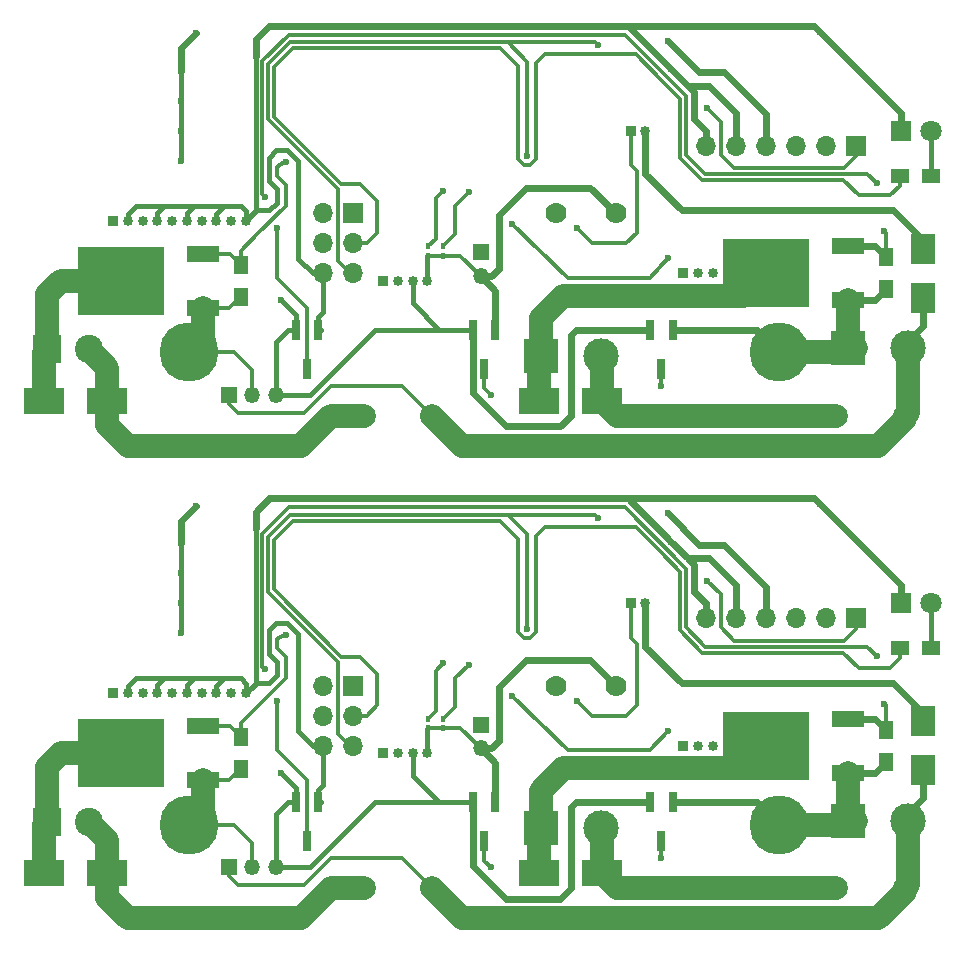
<source format=gbl>
%MOIN*%
%OFA0B0*%
%FSLAX46Y46*%
%IPPOS*%
%LPD*%
%ADD10C,0.0039370078740157488*%
%ADD11R,0.033464566929133861X0.033464566929133861*%
%ADD12C,0.033464566929133861*%
%ADD13C,0.07874015748031496*%
%ADD14C,0.19685039370078741*%
%ADD15R,0.053149606299212608X0.053149606299212608*%
%ADD16O,0.053149606299212608X0.053149606299212608*%
%ADD17R,0.066929133858267723X0.066929133858267723*%
%ADD18O,0.066929133858267723X0.066929133858267723*%
%ADD19R,0.11811023622047245X0.11811023622047245*%
%ADD20C,0.11811023622047245*%
%ADD21R,0.094488188976377951X0.094488188976377951*%
%ADD22C,0.094488188976377951*%
%ADD23R,0.059055118110236227X0.051181102362204731*%
%ADD24R,0.051181102362204731X0.059055118110236227*%
%ADD25R,0.10629921259842522X0.055118110236220472*%
%ADD26R,0.29133858267716539X0.2283464566929134*%
%ADD27R,0.070866141732283464X0.070866141732283464*%
%ADD28C,0.070866141732283464*%
%ADD29R,0.015748031496062995X0.023622047244094488*%
%ADD30C,0.07*%
%ADD31R,0.13779527559055119X0.0905511811023622*%
%ADD32R,0.031496062992125991X0.070866141732283464*%
%ADD33R,0.079921259842519687X0.10433070866141733*%
%ADD34C,0.023622047244094488*%
%ADD35C,0.012000000000000002*%
%ADD36C,0.08*%
%ADD37C,0.024000000000000004*%
%ADD38C,0.016*%
%ADD49C,0.0039370078740157488*%
%ADD50R,0.033464566929133861X0.033464566929133861*%
%ADD51C,0.033464566929133861*%
%ADD52C,0.07874015748031496*%
%ADD53C,0.19685039370078741*%
%ADD54R,0.053149606299212608X0.053149606299212608*%
%ADD55O,0.053149606299212608X0.053149606299212608*%
%ADD56R,0.066929133858267723X0.066929133858267723*%
%ADD57O,0.066929133858267723X0.066929133858267723*%
%ADD58R,0.11811023622047245X0.11811023622047245*%
%ADD59C,0.11811023622047245*%
%ADD60R,0.094488188976377951X0.094488188976377951*%
%ADD61C,0.094488188976377951*%
%ADD62R,0.059055118110236227X0.051181102362204731*%
%ADD63R,0.051181102362204731X0.059055118110236227*%
%ADD64R,0.10629921259842522X0.055118110236220472*%
%ADD65R,0.29133858267716539X0.2283464566929134*%
%ADD66R,0.070866141732283464X0.070866141732283464*%
%ADD67C,0.070866141732283464*%
%ADD68R,0.015748031496062995X0.023622047244094488*%
%ADD69C,0.07*%
%ADD70R,0.13779527559055119X0.0905511811023622*%
%ADD71R,0.031496062992125991X0.070866141732283464*%
%ADD72R,0.079921259842519687X0.10433070866141733*%
%ADD73C,0.023622047244094488*%
%ADD74C,0.012000000000000002*%
%ADD75C,0.08*%
%ADD76C,0.024000000000000004*%
%ADD77C,0.016*%
%LPD*%
G01*
D10*
D11*
X-0005157401Y0004896259D02*
X0000337598Y0000821259D03*
D12*
X0000386810Y0000821259D03*
X0000436023Y0000821259D03*
X0000485236Y0000821259D03*
X0000534448Y0000821259D03*
X0000583661Y0000821259D03*
X0000632873Y0000821259D03*
X0000682086Y0000821259D03*
X0000731299Y0000821259D03*
X0000780511Y0000821259D03*
D13*
X0001401771Y0000171259D03*
X0001173425Y0000171259D03*
X0002748425Y0000171259D03*
X0002976771Y0000171259D03*
D11*
X0002062598Y0001121259D03*
D12*
X0002111810Y0001121259D03*
D14*
X0000590551Y0000383700D03*
D15*
X0000722598Y0000241259D03*
D16*
X0000801338Y0000241259D03*
X0000880078Y0000241259D03*
D17*
X0001137598Y0000846259D03*
D18*
X0001037598Y0000846259D03*
X0001137598Y0000746259D03*
X0001037598Y0000746259D03*
X0001137598Y0000646259D03*
X0001037598Y0000646259D03*
D19*
X0001762598Y0000371259D03*
D20*
X0001962598Y0000371259D03*
D14*
X0002559055Y0000383700D03*
D21*
X0000118110Y0000393700D03*
D22*
X0000255905Y0000393700D03*
D15*
X0001562598Y0000716259D03*
D16*
X0001562598Y0000637519D03*
D19*
X0002787598Y0000396259D03*
D20*
X0002987598Y0000396259D03*
D23*
X0002959448Y0000971259D03*
X0003065747Y0000971259D03*
D24*
X0002912598Y0000593110D03*
X0002912598Y0000699409D03*
D25*
X0002787795Y0000736023D03*
X0002787795Y0000556495D03*
D26*
X0002512913Y0000646259D03*
D27*
X0002962598Y0001121259D03*
D28*
X0003062598Y0001121259D03*
D29*
X0001387598Y0000705511D03*
X0001387598Y0000737007D03*
X0001437598Y0000705511D03*
X0001437598Y0000737007D03*
D30*
X0002012598Y0000846259D03*
X0001812598Y0000846259D03*
D31*
X0001968897Y0000221259D03*
X0001756299Y0000221259D03*
D11*
X0001237598Y0000621259D03*
D12*
X0001286810Y0000621259D03*
X0001336023Y0000621259D03*
X0001385236Y0000621259D03*
D17*
X0002812598Y0001071259D03*
D18*
X0002712598Y0001071259D03*
X0002612598Y0001071259D03*
X0002512598Y0001071259D03*
X0002412598Y0001071259D03*
X0002312598Y0001071259D03*
D11*
X0002237598Y0000646259D03*
D12*
X0002286810Y0000646259D03*
X0002336023Y0000646259D03*
D32*
X0000946850Y0000458661D03*
X0001021653Y0000458661D03*
X0000984251Y0000328740D03*
X0001537401Y0000458661D03*
X0001612204Y0000458661D03*
X0001574803Y0000328740D03*
X0002127952Y0000458661D03*
X0002202755Y0000458661D03*
X0002165354Y0000328740D03*
D31*
X0000318897Y0000221259D03*
X0000106299Y0000221259D03*
D25*
X0000637795Y0000711023D03*
X0000637795Y0000531495D03*
D26*
X0000362913Y0000621259D03*
D24*
X0000762598Y0000568110D03*
X0000762598Y0000674409D03*
D33*
X0003037598Y0000563976D03*
X0003037598Y0000728543D03*
D34*
X0001952598Y0001406259D03*
X0001717598Y0001036259D03*
X0002197598Y0001326259D03*
X0002692598Y0001451259D03*
X0000812598Y0001371259D03*
X0002187598Y0000696259D03*
X0001667598Y0000811259D03*
X0000842598Y0000901259D03*
X0002907598Y0000786259D03*
X0002882598Y0000946259D03*
X0000912598Y0001016259D03*
X0002162598Y0000271259D03*
X0002187598Y0001421259D03*
X0000612598Y0001446259D03*
X0000897598Y0000556259D03*
X0000562598Y0001321259D03*
X0000562598Y0001221259D03*
X0000562598Y0001121259D03*
X0000562598Y0001021259D03*
X0001597598Y0000241259D03*
X0000882598Y0000796259D03*
X0001882598Y0000796259D03*
X0002317598Y0001196259D03*
X0001437598Y0000921259D03*
X0001522598Y0000916259D03*
D35*
X0001137598Y0000646259D02*
X0001127598Y0000646259D01*
X0001127598Y0000646259D02*
X0001087598Y0000686259D01*
X0001087598Y0000686259D02*
X0001087598Y0000926259D01*
X0001087598Y0000926259D02*
X0000854346Y0001159511D01*
X0001897598Y0001416259D02*
X0001942598Y0001416259D01*
X0001652598Y0001416259D02*
X0001897598Y0001416259D01*
X0001942598Y0001416259D02*
X0001952598Y0001406259D01*
X0001717598Y0001036259D02*
X0001717598Y0001351259D01*
X0001717598Y0001351259D02*
X0001652598Y0001416259D01*
X0000927472Y0001416259D02*
X0001652598Y0001416259D01*
X0000854346Y0001343133D02*
X0000927472Y0001416259D01*
X0000854346Y0001159511D02*
X0000854346Y0001343133D01*
X0000759448Y0000568110D02*
X0000722834Y0000531495D01*
D36*
X0000637795Y0000531495D02*
X0000637795Y0000430944D01*
D35*
X0000722834Y0000531495D02*
X0000637795Y0000531495D01*
X0000762598Y0000568110D02*
X0000759448Y0000568110D01*
D36*
X0000637795Y0000430944D02*
X0000590551Y0000383700D01*
D37*
X0001562598Y0000637519D02*
X0001598858Y0000637519D01*
X0001927598Y0000931259D02*
X0002012598Y0000846259D01*
X0001712598Y0000931259D02*
X0001927598Y0000931259D01*
X0001622598Y0000841259D02*
X0001712598Y0000931259D01*
X0001622598Y0000661259D02*
X0001622598Y0000841259D01*
X0001598858Y0000637519D02*
X0001622598Y0000661259D01*
D38*
X0001021653Y0000458661D02*
X0001021653Y0000500314D01*
X0001037598Y0000516259D02*
X0001037598Y0000646259D01*
X0001021653Y0000500314D02*
X0001037598Y0000516259D01*
D35*
X0000590551Y0000383700D02*
X0000740157Y0000383700D01*
X0000801338Y0000322519D02*
X0000801338Y0000241259D01*
X0000740157Y0000383700D02*
X0000801338Y0000322519D01*
D37*
X0002787795Y0000556495D02*
X0002875984Y0000556495D01*
X0002875984Y0000556495D02*
X0002912598Y0000593110D01*
D36*
X0002787598Y0000396259D02*
X0002787598Y0000556299D01*
X0002787598Y0000556299D02*
X0002787795Y0000556495D01*
X0002559055Y0000383700D02*
X0002775039Y0000383700D01*
X0002775039Y0000383700D02*
X0002787598Y0000396259D01*
D37*
X0002202755Y0000458661D02*
X0002484094Y0000458661D01*
X0002484094Y0000458661D02*
X0002559055Y0000383700D01*
D38*
X0000682086Y0000821259D02*
X0000682086Y0000845747D01*
X0000682086Y0000845747D02*
X0000707598Y0000871259D01*
X0000583661Y0000821259D02*
X0000583661Y0000847322D01*
X0000583661Y0000847322D02*
X0000607598Y0000871259D01*
X0000485236Y0000821259D02*
X0000485236Y0000848897D01*
X0000485236Y0000848897D02*
X0000507598Y0000871259D01*
X0000386810Y0000821259D02*
X0000386810Y0000845472D01*
X0000780511Y0000853346D02*
X0000780511Y0000821259D01*
X0000762598Y0000871259D02*
X0000780511Y0000853346D01*
X0000412598Y0000871259D02*
X0000507598Y0000871259D01*
X0000507598Y0000871259D02*
X0000607598Y0000871259D01*
X0000607598Y0000871259D02*
X0000707598Y0000871259D01*
X0000707598Y0000871259D02*
X0000762598Y0000871259D01*
X0000386810Y0000845472D02*
X0000412598Y0000871259D01*
X0000812598Y0000911259D02*
X0000812598Y0000853346D01*
X0000812598Y0001371259D02*
X0000812598Y0000911259D01*
X0000812598Y0000853346D02*
X0000780511Y0000821259D01*
X0000857598Y0000856259D02*
X0000815511Y0000856259D01*
X0000882598Y0000881259D02*
X0000857598Y0000856259D01*
X0000882598Y0000926259D02*
X0000882598Y0000881259D01*
X0000856346Y0000952511D02*
X0000882598Y0000926259D01*
X0000856346Y0001031259D02*
X0000856346Y0000952511D01*
X0000881346Y0001056259D02*
X0000856346Y0001031259D01*
X0000917598Y0001056259D02*
X0000881346Y0001056259D01*
X0001002598Y0000646259D02*
X0000954472Y0000694385D01*
X0000954472Y0000694385D02*
X0000954472Y0001019385D01*
X0000954472Y0001019385D02*
X0000917598Y0001056259D01*
X0001037598Y0000646259D02*
X0001002598Y0000646259D01*
X0000815511Y0000856259D02*
X0000780511Y0000821259D01*
X0001385236Y0000621259D02*
X0001385236Y0000703149D01*
X0001385236Y0000703149D02*
X0001387598Y0000705511D01*
D37*
X0002312598Y0001071259D02*
X0002312598Y0001121259D01*
X0002273598Y0001250259D02*
X0002252598Y0001271259D01*
X0002273598Y0001160259D02*
X0002273598Y0001250259D01*
X0002312598Y0001121259D02*
X0002273598Y0001160259D01*
X0002412598Y0001071259D02*
X0002412598Y0001181259D01*
X0002412598Y0001181259D02*
X0002322598Y0001271259D01*
X0002322598Y0001271259D02*
X0002252598Y0001271259D01*
D35*
X0001437598Y0000705511D02*
X0001494606Y0000705511D01*
X0001494606Y0000705511D02*
X0001562598Y0000637519D01*
X0001387598Y0000705511D02*
X0001437598Y0000705511D01*
D37*
X0002962598Y0001121259D02*
X0002962598Y0001181259D01*
X0002952598Y0001191259D02*
X0002692598Y0001451259D01*
X0002962598Y0001181259D02*
X0002952598Y0001191259D01*
X0001612204Y0000458661D02*
X0001612204Y0000587913D01*
X0001612204Y0000587913D02*
X0001562598Y0000637519D01*
X0002052598Y0001471259D02*
X0002672598Y0001471259D01*
X0002672598Y0001471259D02*
X0002692598Y0001451259D01*
D38*
X0001021653Y0000458661D02*
X0001030196Y0000458661D01*
D37*
X0000812598Y0001371259D02*
X0000812598Y0001426259D01*
X0000857598Y0001471259D02*
X0002052598Y0001471259D01*
X0000812598Y0001426259D02*
X0000857598Y0001471259D01*
X0002052598Y0001471259D02*
X0002197598Y0001326259D01*
X0002197598Y0001326259D02*
X0002252598Y0001271259D01*
D38*
X0002202755Y0000458661D02*
X0002202755Y0000485228D01*
D37*
X0002787795Y0000556495D02*
X0002817834Y0000556495D01*
D36*
X0002787598Y0000396259D02*
X0002812598Y0000396259D01*
D35*
X0002127598Y0000631259D02*
X0002187598Y0000696259D01*
X0001852598Y0000631259D02*
X0002127598Y0000631259D01*
X0001667598Y0000811259D02*
X0001852598Y0000631259D01*
X0002247724Y0001236133D02*
X0002247724Y0001041133D01*
X0001972598Y0001441259D02*
X0002042598Y0001441259D01*
X0002042598Y0001441259D02*
X0002247724Y0001236133D01*
X0000922598Y0001441259D02*
X0001972598Y0001441259D01*
X0000834472Y0001353133D02*
X0000922598Y0001441259D01*
X0000834472Y0000909385D02*
X0000834472Y0001353133D01*
X0000842598Y0000901259D02*
X0000834472Y0000909385D01*
X0002912598Y0000781259D02*
X0002912598Y0000699409D01*
X0002907598Y0000786259D02*
X0002912598Y0000781259D01*
X0002852472Y0000976385D02*
X0002882598Y0000946259D01*
X0002312472Y0000976385D02*
X0002852472Y0000976385D01*
X0002247724Y0001041133D02*
X0002312472Y0000976385D01*
D37*
X0002787795Y0000736023D02*
X0002875984Y0000736023D01*
X0002875984Y0000736023D02*
X0002912598Y0000699409D01*
D35*
X0000762598Y0000674409D02*
X0000762598Y0000721259D01*
X0000637795Y0000711023D02*
X0000725984Y0000711023D01*
X0000725984Y0000711023D02*
X0000762598Y0000674409D01*
X0000762598Y0000721259D02*
X0000817598Y0000776259D01*
X0000912598Y0000871259D02*
X0000817598Y0000776259D01*
X0000912598Y0000941259D02*
X0000912598Y0000871259D01*
X0000882598Y0001001259D02*
X0000882598Y0000971259D01*
X0000882598Y0000971259D02*
X0000912598Y0000941259D01*
X0000907598Y0001016259D02*
X0000882598Y0001001259D01*
X0000912598Y0001016259D02*
X0000907598Y0001016259D01*
X0002079492Y0001376259D02*
X0002163545Y0001292206D01*
X0001099151Y0000942812D02*
X0001161045Y0000942812D01*
X0001099151Y0000942812D02*
X0000874220Y0001167743D01*
X0000874220Y0001167743D02*
X0000874220Y0001332882D01*
X0000874220Y0001332882D02*
X0000937598Y0001396259D01*
X0000937598Y0001396259D02*
X0001627598Y0001396259D01*
X0001687598Y0001336259D02*
X0001627598Y0001396259D01*
X0001727598Y0001006259D02*
X0001747598Y0001026259D01*
X0001707598Y0001006259D02*
X0001727598Y0001006259D01*
X0001687598Y0001026259D02*
X0001707598Y0001006259D01*
X0001687598Y0001046259D02*
X0001687598Y0001026259D01*
X0001687598Y0001046259D02*
X0001687598Y0001336259D01*
X0002002598Y0001376259D02*
X0001777598Y0001376259D01*
X0001777598Y0001376259D02*
X0001747598Y0001346259D01*
X0001747598Y0001346259D02*
X0001747598Y0001026259D01*
X0002002598Y0001376259D02*
X0002079492Y0001376259D01*
X0001137598Y0000746259D02*
X0001182598Y0000746259D01*
X0001217598Y0000781259D02*
X0001182598Y0000746259D01*
X0001217598Y0000886259D02*
X0001217598Y0000781259D01*
X0001161045Y0000942812D02*
X0001217598Y0000886259D01*
X0002959448Y0000938110D02*
X0002959448Y0000971259D01*
X0002927598Y0000906259D02*
X0002959448Y0000938110D01*
X0002822598Y0000906259D02*
X0002927598Y0000906259D01*
X0002772346Y0000956511D02*
X0002822598Y0000906259D01*
X0002302346Y0000956511D02*
X0002772346Y0000956511D01*
X0002227850Y0001031007D02*
X0002302346Y0000956511D01*
X0002227850Y0001226259D02*
X0002227850Y0001031007D01*
X0002163545Y0001290564D02*
X0002227850Y0001226259D01*
X0002163545Y0001292206D02*
X0002163545Y0001290564D01*
X0002165354Y0000328740D02*
X0002165354Y0000274015D01*
X0002165354Y0000274015D02*
X0002162598Y0000271259D01*
D38*
X0000880078Y0000241259D02*
X0000880078Y0000418740D01*
X0000919999Y0000458661D02*
X0000946850Y0000458661D01*
X0000880078Y0000418740D02*
X0000919999Y0000458661D01*
X0000880078Y0000241259D02*
X0000902598Y0000241259D01*
X0000902598Y0000241259D02*
X0000992598Y0000241259D01*
X0001209999Y0000458661D02*
X0001425196Y0000458661D01*
X0000992598Y0000241259D02*
X0001209999Y0000458661D01*
D37*
X0001537401Y0000458661D02*
X0001537401Y0000246456D01*
X0001647598Y0000136259D02*
X0001657598Y0000136259D01*
X0001537401Y0000246456D02*
X0001647598Y0000136259D01*
X0001862598Y0000441259D02*
X0001862598Y0000171259D01*
X0001862598Y0000171259D02*
X0001827598Y0000136259D01*
X0001827598Y0000136259D02*
X0001657598Y0000136259D01*
X0002127952Y0000458661D02*
X0001879999Y0000458661D01*
X0001879999Y0000458661D02*
X0001862598Y0000441259D01*
X0002237598Y0001370472D02*
X0002237598Y0001371259D01*
X0002372598Y0001316259D02*
X0002512598Y0001176259D01*
X0002291810Y0001316259D02*
X0002372598Y0001316259D01*
X0002291810Y0001316259D02*
X0002237598Y0001370472D01*
X0002512598Y0001071259D02*
X0002512598Y0001176259D01*
X0002237598Y0001371259D02*
X0002187598Y0001421259D01*
D38*
X0001336023Y0000621259D02*
X0001336023Y0000547834D01*
X0001336023Y0000547834D02*
X0001337598Y0000546259D01*
D37*
X0000562598Y0001321259D02*
X0000562598Y0001396259D01*
X0000562598Y0001396259D02*
X0000612598Y0001446259D01*
D38*
X0000946850Y0000458661D02*
X0000946850Y0000507007D01*
X0000946850Y0000507007D02*
X0000897598Y0000556259D01*
X0001537401Y0000458661D02*
X0001425196Y0000458661D01*
X0001425196Y0000458661D02*
X0001337598Y0000546259D01*
X0000946850Y0000458661D02*
X0000946850Y0000496259D01*
X0000946850Y0000496259D02*
X0000946850Y0000500511D01*
X0000562598Y0001021259D02*
X0000562598Y0001121259D01*
X0000562598Y0001121259D02*
X0000562598Y0001221259D01*
X0000562598Y0001221259D02*
X0000562598Y0001321259D01*
X0001537401Y0000456456D02*
X0001537401Y0000458661D01*
D35*
X0001574803Y0000328740D02*
X0001574803Y0000263464D01*
X0001574803Y0000263464D02*
X0001597598Y0000241259D01*
X0000942598Y0000571259D02*
X0000982598Y0000531259D01*
X0000882598Y0000796259D02*
X0000882598Y0000631259D01*
X0000882598Y0000631259D02*
X0000942598Y0000571259D01*
X0000982598Y0000531259D02*
X0000982598Y0000330393D01*
X0000982598Y0000330393D02*
X0000984251Y0000328740D01*
D38*
X0000982598Y0000330393D02*
X0000984251Y0000328740D01*
D35*
X0002062598Y0001006259D02*
X0002062598Y0001121259D01*
X0002082598Y0000986259D02*
X0002062598Y0001006259D01*
X0002082598Y0000781259D02*
X0002082598Y0000986259D01*
X0002047598Y0000746259D02*
X0002082598Y0000781259D01*
X0001932598Y0000746259D02*
X0002047598Y0000746259D01*
X0001882598Y0000796259D02*
X0001932598Y0000746259D01*
X0002812598Y0001071259D02*
X0002812598Y0001036259D01*
X0002407598Y0000996259D02*
X0002362598Y0001041259D01*
X0002772598Y0000996259D02*
X0002407598Y0000996259D01*
X0002812598Y0001036259D02*
X0002772598Y0000996259D01*
X0002362598Y0001151259D02*
X0002317598Y0001196259D01*
X0002362598Y0001041259D02*
X0002362598Y0001151259D01*
X0000922598Y0000181259D02*
X0000972598Y0000181259D01*
X0000722598Y0000211259D02*
X0000752598Y0000181259D01*
X0000752598Y0000181259D02*
X0000922598Y0000181259D01*
X0000722598Y0000241259D02*
X0000722598Y0000211259D01*
X0001301771Y0000271259D02*
X0001401771Y0000171259D01*
X0001062598Y0000271259D02*
X0001301771Y0000271259D01*
X0000972598Y0000181259D02*
X0001062598Y0000271259D01*
D37*
X0002987598Y0000396259D02*
X0002987598Y0000421259D01*
X0002987598Y0000421259D02*
X0003037598Y0000471259D01*
X0003037598Y0000471259D02*
X0003037598Y0000563976D01*
D36*
X0002976771Y0000171259D02*
X0002976771Y0000160432D01*
X0002976771Y0000160432D02*
X0002887598Y0000071259D01*
X0001501771Y0000071259D02*
X0001401771Y0000171259D01*
X0002887598Y0000071259D02*
X0001501771Y0000071259D01*
X0002987598Y0000396259D02*
X0002987598Y0000182086D01*
X0002987598Y0000182086D02*
X0002976771Y0000171259D01*
X0001762598Y0000371259D02*
X0001762598Y0000496259D01*
X0001762598Y0000496259D02*
X0001837598Y0000571259D01*
X0001756299Y0000364960D02*
X0001762598Y0000371259D01*
X0001837598Y0000571259D02*
X0002437913Y0000571259D01*
X0002437913Y0000571259D02*
X0002512913Y0000646259D01*
X0001756299Y0000221259D02*
X0001756299Y0000364960D01*
D38*
X0003065747Y0000971259D02*
X0003065747Y0001118110D01*
X0003065747Y0001118110D02*
X0003062598Y0001121259D01*
D35*
X0001412598Y0000762007D02*
X0001387598Y0000737007D01*
X0001412598Y0000896259D02*
X0001412598Y0000762007D01*
X0001437598Y0000921259D02*
X0001412598Y0000896259D01*
X0001477598Y0000777007D02*
X0001437598Y0000737007D01*
X0001477598Y0000871259D02*
X0001477598Y0000777007D01*
X0001522598Y0000916259D02*
X0001477598Y0000871259D01*
D36*
X0001173425Y0000171259D02*
X0001062598Y0000171259D01*
X0000318897Y0000330708D02*
X0000255905Y0000393700D01*
X0000318897Y0000221259D02*
X0000318897Y0000330708D01*
X0001062598Y0000171259D02*
X0001037598Y0000146259D01*
X0001037598Y0000146259D02*
X0000962598Y0000071259D01*
X0000318897Y0000139960D02*
X0000318897Y0000221259D01*
X0000387598Y0000071259D02*
X0000318897Y0000139960D01*
X0000962598Y0000071259D02*
X0000387598Y0000071259D01*
X0000362913Y0000621259D02*
X0000162598Y0000621259D01*
X0000118110Y0000576771D02*
X0000118110Y0000393700D01*
X0000118110Y0000576771D02*
X0000162598Y0000621259D01*
X0000106299Y0000221259D02*
X0000106299Y0000381889D01*
X0000106299Y0000381889D02*
X0000118110Y0000393700D01*
X0002748425Y0000171259D02*
X0002018897Y0000171259D01*
X0002018897Y0000171259D02*
X0001968897Y0000221259D01*
X0001968897Y0000221259D02*
X0001968897Y0000364960D01*
X0001968897Y0000364960D02*
X0001962598Y0000371259D01*
D37*
X0003037598Y0000728543D02*
X0003037598Y0000756259D01*
X0003037598Y0000756259D02*
X0002937598Y0000856259D01*
X0002937598Y0000856259D02*
X0002232598Y0000856259D01*
X0002232598Y0000856259D02*
X0002111810Y0000977047D01*
X0002111810Y0000977047D02*
X0002111810Y0001121259D01*
G04 next file*
%LPD*%
G04 #@! TF.FileFunction,Copper,L2,Bot,Signal*
G04 Gerber Fmt 4.6, Leading zero omitted, Abs format (unit mm)*
G04 Created by KiCad (PCBNEW 4.0.7) date 08/24/19 10:44:38*
G01*
G04 APERTURE LIST*
G04 APERTURE END LIST*
D49*
D50*
X-0005157401Y0006471063D02*
X0000337598Y0002396063D03*
D51*
X0000386810Y0002396063D03*
X0000436023Y0002396063D03*
X0000485236Y0002396063D03*
X0000534448Y0002396063D03*
X0000583661Y0002396063D03*
X0000632873Y0002396063D03*
X0000682086Y0002396063D03*
X0000731299Y0002396063D03*
X0000780511Y0002396063D03*
D52*
X0001401771Y0001746063D03*
X0001173425Y0001746063D03*
X0002748425Y0001746063D03*
X0002976771Y0001746063D03*
D50*
X0002062598Y0002696063D03*
D51*
X0002111810Y0002696063D03*
D53*
X0000590551Y0001958504D03*
D54*
X0000722598Y0001816063D03*
D55*
X0000801338Y0001816063D03*
X0000880078Y0001816063D03*
D56*
X0001137598Y0002421063D03*
D57*
X0001037598Y0002421063D03*
X0001137598Y0002321063D03*
X0001037598Y0002321063D03*
X0001137598Y0002221063D03*
X0001037598Y0002221063D03*
D58*
X0001762598Y0001946063D03*
D59*
X0001962598Y0001946063D03*
D53*
X0002559055Y0001958504D03*
D60*
X0000118110Y0001968504D03*
D61*
X0000255905Y0001968504D03*
D54*
X0001562598Y0002291063D03*
D55*
X0001562598Y0002212323D03*
D58*
X0002787598Y0001971063D03*
D59*
X0002987598Y0001971063D03*
D62*
X0002959448Y0002546063D03*
X0003065747Y0002546063D03*
D63*
X0002912598Y0002167913D03*
X0002912598Y0002274212D03*
D64*
X0002787795Y0002310826D03*
X0002787795Y0002131299D03*
D65*
X0002512913Y0002221063D03*
D66*
X0002962598Y0002696063D03*
D67*
X0003062598Y0002696063D03*
D68*
X0001387598Y0002280315D03*
X0001387598Y0002311811D03*
X0001437598Y0002280315D03*
X0001437598Y0002311811D03*
D69*
X0002012598Y0002421063D03*
X0001812598Y0002421063D03*
D70*
X0001968897Y0001796063D03*
X0001756299Y0001796063D03*
D50*
X0001237598Y0002196063D03*
D51*
X0001286810Y0002196063D03*
X0001336023Y0002196063D03*
X0001385236Y0002196063D03*
D56*
X0002812598Y0002646063D03*
D57*
X0002712598Y0002646063D03*
X0002612598Y0002646063D03*
X0002512598Y0002646063D03*
X0002412598Y0002646063D03*
X0002312598Y0002646063D03*
D50*
X0002237598Y0002221063D03*
D51*
X0002286810Y0002221063D03*
X0002336023Y0002221063D03*
D71*
X0000946850Y0002033464D03*
X0001021653Y0002033464D03*
X0000984251Y0001903543D03*
X0001537401Y0002033464D03*
X0001612204Y0002033464D03*
X0001574803Y0001903543D03*
X0002127952Y0002033464D03*
X0002202755Y0002033464D03*
X0002165354Y0001903543D03*
D70*
X0000318897Y0001796063D03*
X0000106299Y0001796063D03*
D64*
X0000637795Y0002285826D03*
X0000637795Y0002106299D03*
D65*
X0000362913Y0002196063D03*
D63*
X0000762598Y0002142913D03*
X0000762598Y0002249212D03*
D72*
X0003037598Y0002138779D03*
X0003037598Y0002303346D03*
D73*
X0001952598Y0002981063D03*
X0001717598Y0002611063D03*
X0002197598Y0002901063D03*
X0002692598Y0003026063D03*
X0000812598Y0002946063D03*
X0002187598Y0002271063D03*
X0001667598Y0002386063D03*
X0000842598Y0002476063D03*
X0002907598Y0002361063D03*
X0002882598Y0002521063D03*
X0000912598Y0002591063D03*
X0002162598Y0001846063D03*
X0002187598Y0002996063D03*
X0000612598Y0003021063D03*
X0000897598Y0002131063D03*
X0000562598Y0002896063D03*
X0000562598Y0002796063D03*
X0000562598Y0002696063D03*
X0000562598Y0002596063D03*
X0001597598Y0001816063D03*
X0000882598Y0002371063D03*
X0001882598Y0002371063D03*
X0002317598Y0002771063D03*
X0001437598Y0002496063D03*
X0001522598Y0002491063D03*
D74*
X0001137598Y0002221063D02*
X0001127598Y0002221063D01*
X0001127598Y0002221063D02*
X0001087598Y0002261063D01*
X0001087598Y0002261063D02*
X0001087598Y0002501063D01*
X0001087598Y0002501063D02*
X0000854346Y0002734315D01*
X0001897598Y0002991063D02*
X0001942598Y0002991063D01*
X0001652598Y0002991063D02*
X0001897598Y0002991063D01*
X0001942598Y0002991063D02*
X0001952598Y0002981063D01*
X0001717598Y0002611063D02*
X0001717598Y0002926063D01*
X0001717598Y0002926063D02*
X0001652598Y0002991063D01*
X0000927472Y0002991063D02*
X0001652598Y0002991063D01*
X0000854346Y0002917937D02*
X0000927472Y0002991063D01*
X0000854346Y0002734315D02*
X0000854346Y0002917937D01*
X0000759448Y0002142913D02*
X0000722834Y0002106299D01*
D75*
X0000637795Y0002106299D02*
X0000637795Y0002005748D01*
D74*
X0000722834Y0002106299D02*
X0000637795Y0002106299D01*
X0000762598Y0002142913D02*
X0000759448Y0002142913D01*
D75*
X0000637795Y0002005748D02*
X0000590551Y0001958504D01*
D76*
X0001562598Y0002212323D02*
X0001598858Y0002212323D01*
X0001927598Y0002506063D02*
X0002012598Y0002421063D01*
X0001712598Y0002506063D02*
X0001927598Y0002506063D01*
X0001622598Y0002416063D02*
X0001712598Y0002506063D01*
X0001622598Y0002236063D02*
X0001622598Y0002416063D01*
X0001598858Y0002212323D02*
X0001622598Y0002236063D01*
D77*
X0001021653Y0002033464D02*
X0001021653Y0002075118D01*
X0001037598Y0002091063D02*
X0001037598Y0002221063D01*
X0001021653Y0002075118D02*
X0001037598Y0002091063D01*
D74*
X0000590551Y0001958504D02*
X0000740157Y0001958504D01*
X0000801338Y0001897323D02*
X0000801338Y0001816063D01*
X0000740157Y0001958504D02*
X0000801338Y0001897323D01*
D76*
X0002787795Y0002131299D02*
X0002875984Y0002131299D01*
X0002875984Y0002131299D02*
X0002912598Y0002167913D01*
D75*
X0002787598Y0001971063D02*
X0002787598Y0002131102D01*
X0002787598Y0002131102D02*
X0002787795Y0002131299D01*
X0002559055Y0001958504D02*
X0002775039Y0001958504D01*
X0002775039Y0001958504D02*
X0002787598Y0001971063D01*
D76*
X0002202755Y0002033464D02*
X0002484094Y0002033464D01*
X0002484094Y0002033464D02*
X0002559055Y0001958504D01*
D77*
X0000682086Y0002396063D02*
X0000682086Y0002420551D01*
X0000682086Y0002420551D02*
X0000707598Y0002446063D01*
X0000583661Y0002396063D02*
X0000583661Y0002422126D01*
X0000583661Y0002422126D02*
X0000607598Y0002446063D01*
X0000485236Y0002396063D02*
X0000485236Y0002423700D01*
X0000485236Y0002423700D02*
X0000507598Y0002446063D01*
X0000386810Y0002396063D02*
X0000386810Y0002420275D01*
X0000780511Y0002428149D02*
X0000780511Y0002396063D01*
X0000762598Y0002446063D02*
X0000780511Y0002428149D01*
X0000412598Y0002446063D02*
X0000507598Y0002446063D01*
X0000507598Y0002446063D02*
X0000607598Y0002446063D01*
X0000607598Y0002446063D02*
X0000707598Y0002446063D01*
X0000707598Y0002446063D02*
X0000762598Y0002446063D01*
X0000386810Y0002420275D02*
X0000412598Y0002446063D01*
X0000812598Y0002486063D02*
X0000812598Y0002428149D01*
X0000812598Y0002946063D02*
X0000812598Y0002486063D01*
X0000812598Y0002428149D02*
X0000780511Y0002396063D01*
X0000857598Y0002431063D02*
X0000815511Y0002431063D01*
X0000882598Y0002456063D02*
X0000857598Y0002431063D01*
X0000882598Y0002501063D02*
X0000882598Y0002456063D01*
X0000856346Y0002527314D02*
X0000882598Y0002501063D01*
X0000856346Y0002606063D02*
X0000856346Y0002527314D01*
X0000881346Y0002631063D02*
X0000856346Y0002606063D01*
X0000917598Y0002631063D02*
X0000881346Y0002631063D01*
X0001002598Y0002221063D02*
X0000954472Y0002269189D01*
X0000954472Y0002269189D02*
X0000954472Y0002594189D01*
X0000954472Y0002594189D02*
X0000917598Y0002631063D01*
X0001037598Y0002221063D02*
X0001002598Y0002221063D01*
X0000815511Y0002431063D02*
X0000780511Y0002396063D01*
X0001385236Y0002196063D02*
X0001385236Y0002277952D01*
X0001385236Y0002277952D02*
X0001387598Y0002280315D01*
D76*
X0002312598Y0002646063D02*
X0002312598Y0002696063D01*
X0002273598Y0002825063D02*
X0002252598Y0002846063D01*
X0002273598Y0002735063D02*
X0002273598Y0002825063D01*
X0002312598Y0002696063D02*
X0002273598Y0002735063D01*
X0002412598Y0002646063D02*
X0002412598Y0002756063D01*
X0002412598Y0002756063D02*
X0002322598Y0002846063D01*
X0002322598Y0002846063D02*
X0002252598Y0002846063D01*
D74*
X0001437598Y0002280315D02*
X0001494606Y0002280315D01*
X0001494606Y0002280315D02*
X0001562598Y0002212323D01*
X0001387598Y0002280315D02*
X0001437598Y0002280315D01*
D76*
X0002962598Y0002696063D02*
X0002962598Y0002756063D01*
X0002952598Y0002766063D02*
X0002692598Y0003026063D01*
X0002962598Y0002756063D02*
X0002952598Y0002766063D01*
X0001612204Y0002033464D02*
X0001612204Y0002162716D01*
X0001612204Y0002162716D02*
X0001562598Y0002212323D01*
X0002052598Y0003046063D02*
X0002672598Y0003046063D01*
X0002672598Y0003046063D02*
X0002692598Y0003026063D01*
D77*
X0001021653Y0002033464D02*
X0001030196Y0002033464D01*
D76*
X0000812598Y0002946063D02*
X0000812598Y0003001063D01*
X0000857598Y0003046063D02*
X0002052598Y0003046063D01*
X0000812598Y0003001063D02*
X0000857598Y0003046063D01*
X0002052598Y0003046063D02*
X0002197598Y0002901063D01*
X0002197598Y0002901063D02*
X0002252598Y0002846063D01*
D77*
X0002202755Y0002033464D02*
X0002202755Y0002060031D01*
D76*
X0002787795Y0002131299D02*
X0002817834Y0002131299D01*
D75*
X0002787598Y0001971063D02*
X0002812598Y0001971063D01*
D74*
X0002127598Y0002206063D02*
X0002187598Y0002271063D01*
X0001852598Y0002206063D02*
X0002127598Y0002206063D01*
X0001667598Y0002386063D02*
X0001852598Y0002206063D01*
X0002247724Y0002810937D02*
X0002247724Y0002615937D01*
X0001972598Y0003016063D02*
X0002042598Y0003016063D01*
X0002042598Y0003016063D02*
X0002247724Y0002810937D01*
X0000922598Y0003016063D02*
X0001972598Y0003016063D01*
X0000834472Y0002927937D02*
X0000922598Y0003016063D01*
X0000834472Y0002484189D02*
X0000834472Y0002927937D01*
X0000842598Y0002476063D02*
X0000834472Y0002484189D01*
X0002912598Y0002356063D02*
X0002912598Y0002274212D01*
X0002907598Y0002361063D02*
X0002912598Y0002356063D01*
X0002852472Y0002551189D02*
X0002882598Y0002521063D01*
X0002312472Y0002551189D02*
X0002852472Y0002551189D01*
X0002247724Y0002615937D02*
X0002312472Y0002551189D01*
D76*
X0002787795Y0002310826D02*
X0002875984Y0002310826D01*
X0002875984Y0002310826D02*
X0002912598Y0002274212D01*
D74*
X0000762598Y0002249212D02*
X0000762598Y0002296063D01*
X0000637795Y0002285826D02*
X0000725984Y0002285826D01*
X0000725984Y0002285826D02*
X0000762598Y0002249212D01*
X0000762598Y0002296063D02*
X0000817598Y0002351063D01*
X0000912598Y0002446063D02*
X0000817598Y0002351063D01*
X0000912598Y0002516063D02*
X0000912598Y0002446063D01*
X0000882598Y0002576063D02*
X0000882598Y0002546063D01*
X0000882598Y0002546063D02*
X0000912598Y0002516063D01*
X0000907598Y0002591063D02*
X0000882598Y0002576063D01*
X0000912598Y0002591063D02*
X0000907598Y0002591063D01*
X0002079492Y0002951063D02*
X0002163545Y0002867010D01*
X0001099151Y0002517616D02*
X0001161045Y0002517616D01*
X0001099151Y0002517616D02*
X0000874220Y0002742547D01*
X0000874220Y0002742547D02*
X0000874220Y0002907685D01*
X0000874220Y0002907685D02*
X0000937598Y0002971063D01*
X0000937598Y0002971063D02*
X0001627598Y0002971063D01*
X0001687598Y0002911063D02*
X0001627598Y0002971063D01*
X0001727598Y0002581063D02*
X0001747598Y0002601063D01*
X0001707598Y0002581063D02*
X0001727598Y0002581063D01*
X0001687598Y0002601063D02*
X0001707598Y0002581063D01*
X0001687598Y0002621063D02*
X0001687598Y0002601063D01*
X0001687598Y0002621063D02*
X0001687598Y0002911063D01*
X0002002598Y0002951063D02*
X0001777598Y0002951063D01*
X0001777598Y0002951063D02*
X0001747598Y0002921063D01*
X0001747598Y0002921063D02*
X0001747598Y0002601063D01*
X0002002598Y0002951063D02*
X0002079492Y0002951063D01*
X0001137598Y0002321063D02*
X0001182598Y0002321063D01*
X0001217598Y0002356063D02*
X0001182598Y0002321063D01*
X0001217598Y0002461063D02*
X0001217598Y0002356063D01*
X0001161045Y0002517616D02*
X0001217598Y0002461063D01*
X0002959448Y0002512913D02*
X0002959448Y0002546063D01*
X0002927598Y0002481063D02*
X0002959448Y0002512913D01*
X0002822598Y0002481063D02*
X0002927598Y0002481063D01*
X0002772346Y0002531315D02*
X0002822598Y0002481063D01*
X0002302346Y0002531315D02*
X0002772346Y0002531315D01*
X0002227850Y0002605811D02*
X0002302346Y0002531315D01*
X0002227850Y0002801063D02*
X0002227850Y0002605811D01*
X0002163545Y0002865368D02*
X0002227850Y0002801063D01*
X0002163545Y0002867010D02*
X0002163545Y0002865368D01*
X0002165354Y0001903543D02*
X0002165354Y0001848819D01*
X0002165354Y0001848819D02*
X0002162598Y0001846063D01*
D77*
X0000880078Y0001816063D02*
X0000880078Y0001993543D01*
X0000919999Y0002033464D02*
X0000946850Y0002033464D01*
X0000880078Y0001993543D02*
X0000919999Y0002033464D01*
X0000880078Y0001816063D02*
X0000902598Y0001816063D01*
X0000902598Y0001816063D02*
X0000992598Y0001816063D01*
X0001209999Y0002033464D02*
X0001425196Y0002033464D01*
X0000992598Y0001816063D02*
X0001209999Y0002033464D01*
D76*
X0001537401Y0002033464D02*
X0001537401Y0001821260D01*
X0001647598Y0001711063D02*
X0001657598Y0001711063D01*
X0001537401Y0001821260D02*
X0001647598Y0001711063D01*
X0001862598Y0002016063D02*
X0001862598Y0001746063D01*
X0001862598Y0001746063D02*
X0001827598Y0001711063D01*
X0001827598Y0001711063D02*
X0001657598Y0001711063D01*
X0002127952Y0002033464D02*
X0001879999Y0002033464D01*
X0001879999Y0002033464D02*
X0001862598Y0002016063D01*
X0002237598Y0002945275D02*
X0002237598Y0002946063D01*
X0002372598Y0002891063D02*
X0002512598Y0002751063D01*
X0002291810Y0002891063D02*
X0002372598Y0002891063D01*
X0002291810Y0002891063D02*
X0002237598Y0002945275D01*
X0002512598Y0002646063D02*
X0002512598Y0002751063D01*
X0002237598Y0002946063D02*
X0002187598Y0002996063D01*
D77*
X0001336023Y0002196063D02*
X0001336023Y0002122637D01*
X0001336023Y0002122637D02*
X0001337598Y0002121063D01*
D76*
X0000562598Y0002896063D02*
X0000562598Y0002971063D01*
X0000562598Y0002971063D02*
X0000612598Y0003021063D01*
D77*
X0000946850Y0002033464D02*
X0000946850Y0002081811D01*
X0000946850Y0002081811D02*
X0000897598Y0002131063D01*
X0001537401Y0002033464D02*
X0001425196Y0002033464D01*
X0001425196Y0002033464D02*
X0001337598Y0002121063D01*
X0000946850Y0002033464D02*
X0000946850Y0002071063D01*
X0000946850Y0002071063D02*
X0000946850Y0002075315D01*
X0000562598Y0002596063D02*
X0000562598Y0002696063D01*
X0000562598Y0002696063D02*
X0000562598Y0002796063D01*
X0000562598Y0002796063D02*
X0000562598Y0002896063D01*
X0001537401Y0002031260D02*
X0001537401Y0002033464D01*
D74*
X0001574803Y0001903543D02*
X0001574803Y0001838267D01*
X0001574803Y0001838267D02*
X0001597598Y0001816063D01*
X0000942598Y0002146063D02*
X0000982598Y0002106063D01*
X0000882598Y0002371063D02*
X0000882598Y0002206063D01*
X0000882598Y0002206063D02*
X0000942598Y0002146063D01*
X0000982598Y0002106063D02*
X0000982598Y0001905197D01*
X0000982598Y0001905197D02*
X0000984251Y0001903543D01*
D77*
X0000982598Y0001905197D02*
X0000984251Y0001903543D01*
D74*
X0002062598Y0002581063D02*
X0002062598Y0002696063D01*
X0002082598Y0002561063D02*
X0002062598Y0002581063D01*
X0002082598Y0002356063D02*
X0002082598Y0002561063D01*
X0002047598Y0002321063D02*
X0002082598Y0002356063D01*
X0001932598Y0002321063D02*
X0002047598Y0002321063D01*
X0001882598Y0002371063D02*
X0001932598Y0002321063D01*
X0002812598Y0002646063D02*
X0002812598Y0002611063D01*
X0002407598Y0002571063D02*
X0002362598Y0002616063D01*
X0002772598Y0002571063D02*
X0002407598Y0002571063D01*
X0002812598Y0002611063D02*
X0002772598Y0002571063D01*
X0002362598Y0002726063D02*
X0002317598Y0002771063D01*
X0002362598Y0002616063D02*
X0002362598Y0002726063D01*
X0000922598Y0001756063D02*
X0000972598Y0001756063D01*
X0000722598Y0001786063D02*
X0000752598Y0001756063D01*
X0000752598Y0001756063D02*
X0000922598Y0001756063D01*
X0000722598Y0001816063D02*
X0000722598Y0001786063D01*
X0001301771Y0001846063D02*
X0001401771Y0001746063D01*
X0001062598Y0001846063D02*
X0001301771Y0001846063D01*
X0000972598Y0001756063D02*
X0001062598Y0001846063D01*
D76*
X0002987598Y0001971063D02*
X0002987598Y0001996063D01*
X0002987598Y0001996063D02*
X0003037598Y0002046063D01*
X0003037598Y0002046063D02*
X0003037598Y0002138779D01*
D75*
X0002976771Y0001746063D02*
X0002976771Y0001735236D01*
X0002976771Y0001735236D02*
X0002887598Y0001646063D01*
X0001501771Y0001646063D02*
X0001401771Y0001746063D01*
X0002887598Y0001646063D02*
X0001501771Y0001646063D01*
X0002987598Y0001971063D02*
X0002987598Y0001756889D01*
X0002987598Y0001756889D02*
X0002976771Y0001746063D01*
X0001762598Y0001946063D02*
X0001762598Y0002071063D01*
X0001762598Y0002071063D02*
X0001837598Y0002146063D01*
X0001756299Y0001939763D02*
X0001762598Y0001946063D01*
X0001837598Y0002146063D02*
X0002437913Y0002146063D01*
X0002437913Y0002146063D02*
X0002512913Y0002221063D01*
X0001756299Y0001796063D02*
X0001756299Y0001939763D01*
D77*
X0003065747Y0002546063D02*
X0003065747Y0002692913D01*
X0003065747Y0002692913D02*
X0003062598Y0002696063D01*
D74*
X0001412598Y0002336811D02*
X0001387598Y0002311811D01*
X0001412598Y0002471063D02*
X0001412598Y0002336811D01*
X0001437598Y0002496063D02*
X0001412598Y0002471063D01*
X0001477598Y0002351811D02*
X0001437598Y0002311811D01*
X0001477598Y0002446063D02*
X0001477598Y0002351811D01*
X0001522598Y0002491063D02*
X0001477598Y0002446063D01*
D75*
X0001173425Y0001746063D02*
X0001062598Y0001746063D01*
X0000318897Y0001905512D02*
X0000255905Y0001968504D01*
X0000318897Y0001796063D02*
X0000318897Y0001905512D01*
X0001062598Y0001746063D02*
X0001037598Y0001721063D01*
X0001037598Y0001721063D02*
X0000962598Y0001646063D01*
X0000318897Y0001714763D02*
X0000318897Y0001796063D01*
X0000387598Y0001646063D02*
X0000318897Y0001714763D01*
X0000962598Y0001646063D02*
X0000387598Y0001646063D01*
X0000362913Y0002196063D02*
X0000162598Y0002196063D01*
X0000118110Y0002151575D02*
X0000118110Y0001968504D01*
X0000118110Y0002151575D02*
X0000162598Y0002196063D01*
X0000106299Y0001796063D02*
X0000106299Y0001956693D01*
X0000106299Y0001956693D02*
X0000118110Y0001968504D01*
X0002748425Y0001746063D02*
X0002018897Y0001746063D01*
X0002018897Y0001746063D02*
X0001968897Y0001796063D01*
X0001968897Y0001796063D02*
X0001968897Y0001939763D01*
X0001968897Y0001939763D02*
X0001962598Y0001946063D01*
D76*
X0003037598Y0002303346D02*
X0003037598Y0002331063D01*
X0003037598Y0002331063D02*
X0002937598Y0002431063D01*
X0002937598Y0002431063D02*
X0002232598Y0002431063D01*
X0002232598Y0002431063D02*
X0002111810Y0002551850D01*
X0002111810Y0002551850D02*
X0002111810Y0002696063D01*
M02*
</source>
